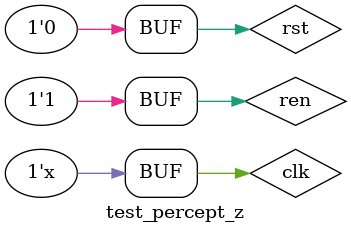
<source format=v>
`timescale 1ns / 1ps


module test_percept_z();

wire ren = 1;
wire rst = 0;
reg clk;
reg [10-1:0] radd = 'd0;
wire [9:0] r_addr;
wire[32-1:0] wout;
wire[32-1:0] xout;
wire[63:0] sum;
wire [31:0] z;

initial clk = 0;
//initial radd = 'd0;
always #1 clk = ~clk;

//Weight_Memory wm(
//    .clk(clk),
//    .ren(ren),
//    .r_addr(radd),
//    .wout(wout),
//    .weightValid(weightValid)
//);

test_img img(
    .clk(clk),
    .ren(ren),
    .radd(radd),
    .out_px(xout),
    .xValid(xValid)
);

perceptron #(.weightFile("C:/git_repos/mnist_neuralnet/fpga/5_20_forwardpass/w_0_0.mif")) node(
    .clk(clk),
    .rst(rst),
    .ren(ren),
    .x(xout),
    .xValid(xValid),
    .r_addr(r_addr),
//    .outValid,
    .sum(sum),
    .wout(wout),
    .weightValid(weightValid),
    .z(z)
);

//reg [63:0] mul = 'd0;
//reg [31:0] bias [0:0];
//reg [63:0] sum ='d0;

//initial begin
//    $readmemb("C:/git_repos/mnist_neuralnet/fpga/5_20_forwardpass/b_0_0.mif", bias);
//    if (bias[0][31] == 1)
//    begin
//        sum[63:59] <= {5{1'b1}};    
//    end
//    sum[58:27] <= bias[0];
//end

//reg [63:0] add = 'd0;


always @(posedge clk) begin
    if (weightValid) begin
    radd <= radd+1;
    end
//    if (weightValid & xValid) begin
//        mul = $signed(wout) * $signed(xout);
//        sum <= mul + sum;
//    end
end



endmodule
 







</source>
